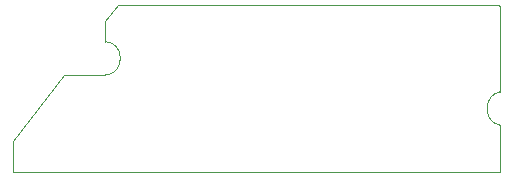
<source format=gbr>
G04 #@! TF.GenerationSoftware,KiCad,Pcbnew,(5.1.10-1-10_14)*
G04 #@! TF.CreationDate,2021-11-15T16:46:54-05:00*
G04 #@! TF.ProjectId,VGA2SCART,56474132-5343-4415-9254-2e6b69636164,1*
G04 #@! TF.SameCoordinates,Original*
G04 #@! TF.FileFunction,Profile,NP*
%FSLAX46Y46*%
G04 Gerber Fmt 4.6, Leading zero omitted, Abs format (unit mm)*
G04 Created by KiCad (PCBNEW (5.1.10-1-10_14)) date 2021-11-15 16:46:54*
%MOMM*%
%LPD*%
G01*
G04 APERTURE LIST*
G04 #@! TA.AperFunction,Profile*
%ADD10C,0.100000*%
G04 #@! TD*
G04 APERTURE END LIST*
D10*
X161580677Y-100545580D02*
G75*
G02*
X160520000Y-99310000I189323J1235580D01*
G01*
X160520000Y-99000000D02*
G75*
G02*
X161581760Y-97730000I1290421J0D01*
G01*
X129230000Y-90340000D02*
X128170000Y-91720000D01*
X128170000Y-96300000D02*
X124640000Y-96300000D01*
X128170000Y-93480000D02*
X128170000Y-91720000D01*
X129420000Y-94730000D02*
X129420000Y-95050000D01*
X129420000Y-95050000D02*
G75*
G02*
X128170000Y-96300000I-1250000J0D01*
G01*
X128170000Y-93480000D02*
G75*
G02*
X129420000Y-94730000I0J-1250000D01*
G01*
X120340000Y-101910000D02*
X124640000Y-96300000D01*
X120340000Y-104530000D02*
X120340000Y-101910000D01*
X161580000Y-104530000D02*
X120340000Y-104530000D01*
X161580677Y-100545580D02*
X161580000Y-104530000D01*
X160520000Y-99000000D02*
X160520000Y-99310000D01*
X161576792Y-90460000D02*
X161581760Y-97730000D01*
X161460000Y-90340000D02*
X161576792Y-90460000D01*
X129230000Y-90340000D02*
X161460000Y-90340000D01*
M02*

</source>
